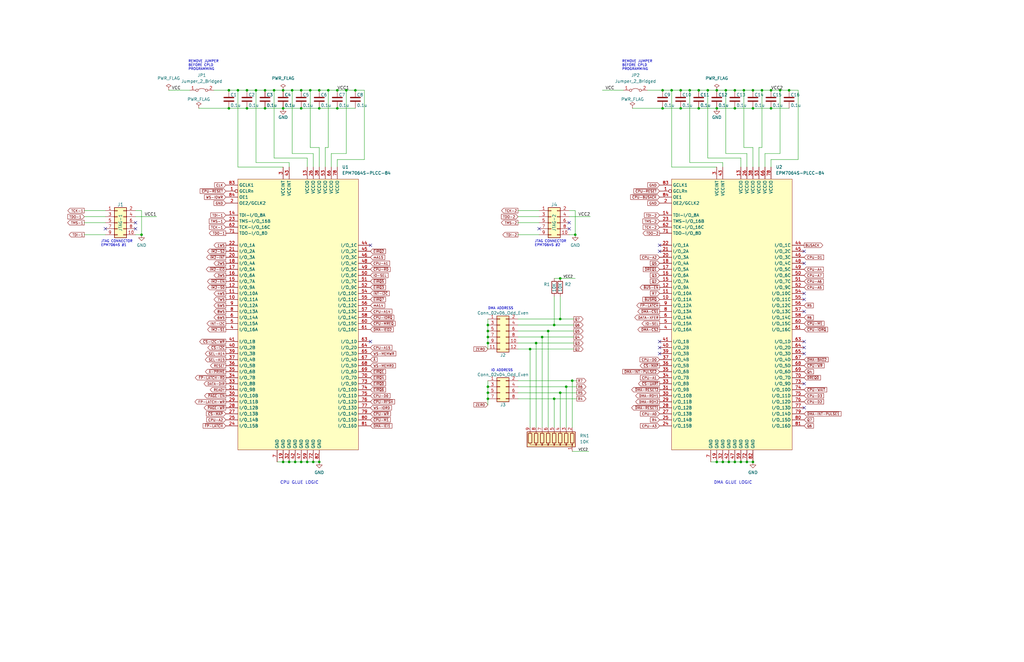
<source format=kicad_sch>
(kicad_sch (version 20211123) (generator eeschema)
  (paper "B")
  (lib_symbols
    (symbol "Connector_Generic:Conn_02x04_Odd_Even" (pin_names (offset 1.016) hide)
      (property "Reference" "J" (at 1.27 5.08 0))
      (property "Value" "Conn_02x04_Odd_Even" (at 1.27 -7.62 0))
      (symbol "Conn_02x04_Odd_Even_1_1"
        (pin passive line (at -5.08 2.54 0) (length 3.81) (name "Pin_1") (number "1"))
        (pin passive line (at 7.62 2.54 180) (length 3.81) (name "Pin_2") (number "2"))
        (pin passive line (at -5.08 0 0) (length 3.81) (name "Pin_3") (number "3"))
        (pin passive line (at 7.62 0 180) (length 3.81) (name "Pin_4") (number "4"))
        (pin passive line (at -5.08 -2.54 0) (length 3.81) (name "Pin_5") (number "5"))
        (pin passive line (at 7.62 -2.54 180) (length 3.81) (name "Pin_6") (number "6"))
        (pin passive line (at -5.08 -5.08 0) (length 3.81) (name "Pin_7") (number "7"))
        (pin passive line (at 7.62 -5.08 180) (length 3.81) (name "Pin_8") (number "8"))
      )
    )
    (symbol "Connector_Generic:Conn_02x05_Odd_Even" (pin_names (offset 1.016) hide)
      (property "Reference" "J" (at 1.27 7.62 0))
      (property "Value" "Conn_02x05_Odd_Even" (at 1.27 -7.62 0))
      (symbol "Conn_02x05_Odd_Even_1_1"
        (pin passive line (at -5.08 5.08 0) (length 3.81) (name "Pin_1") (number "1"))
        (pin passive line (at 7.62 -5.08 180) (length 3.81) (name "Pin_10") (number "10"))
        (pin passive line (at 7.62 5.08 180) (length 3.81) (name "Pin_2") (number "2"))
        (pin passive line (at -5.08 2.54 0) (length 3.81) (name "Pin_3") (number "3"))
        (pin passive line (at 7.62 2.54 180) (length 3.81) (name "Pin_4") (number "4"))
        (pin passive line (at -5.08 0 0) (length 3.81) (name "Pin_5") (number "5"))
        (pin passive line (at 7.62 0 180) (length 3.81) (name "Pin_6") (number "6"))
        (pin passive line (at -5.08 -2.54 0) (length 3.81) (name "Pin_7") (number "7"))
        (pin passive line (at 7.62 -2.54 180) (length 3.81) (name "Pin_8") (number "8"))
        (pin passive line (at -5.08 -5.08 0) (length 3.81) (name "Pin_9") (number "9"))
      )
    )
    (symbol "Connector_Generic:Conn_02x06_Odd_Even" (pin_names (offset 1.016) hide)
      (property "Reference" "J" (at 1.27 7.62 0))
      (property "Value" "Conn_02x06_Odd_Even" (at 1.27 -10.16 0))
      (symbol "Conn_02x06_Odd_Even_1_1"
        (pin passive line (at -5.08 5.08 0) (length 3.81) (name "Pin_1") (number "1"))
        (pin passive line (at 7.62 -5.08 180) (length 3.81) (name "Pin_10") (number "10"))
        (pin passive line (at -5.08 -7.62 0) (length 3.81) (name "Pin_11") (number "11"))
        (pin passive line (at 7.62 -7.62 180) (length 3.81) (name "Pin_12") (number "12"))
        (pin passive line (at 7.62 5.08 180) (length 3.81) (name "Pin_2") (number "2"))
        (pin passive line (at -5.08 2.54 0) (length 3.81) (name "Pin_3") (number "3"))
        (pin passive line (at 7.62 2.54 180) (length 3.81) (name "Pin_4") (number "4"))
        (pin passive line (at -5.08 0 0) (length 3.81) (name "Pin_5") (number "5"))
        (pin passive line (at 7.62 0 180) (length 3.81) (name "Pin_6") (number "6"))
        (pin passive line (at -5.08 -2.54 0) (length 3.81) (name "Pin_7") (number "7"))
        (pin passive line (at 7.62 -2.54 180) (length 3.81) (name "Pin_8") (number "8"))
        (pin passive line (at -5.08 -5.08 0) (length 3.81) (name "Pin_9") (number "9"))
      )
    )
    (symbol "Device:C" (pin_numbers hide) (pin_names (offset 0.254))
      (property "Reference" "C" (at 0.635 2.54 0))
      (property "Value" "C" (at 0.635 -2.54 0))
      (symbol "C_1_1"
        (pin passive line (at 0 3.81 270) (length 2.794) (name "~") (number "1"))
        (pin passive line (at 0 -3.81 90) (length 2.794) (name "~") (number "2"))
      )
    )
    (symbol "Device:R" (pin_numbers hide) (pin_names (offset 0))
      (property "Reference" "R" (at 2.032 0 90))
      (property "Value" "R" (at 0 0 90))
      (symbol "R_1_1"
        (pin passive line (at 0 3.81 270) (length 1.27) (name "~") (number "1"))
        (pin passive line (at 0 -3.81 90) (length 1.27) (name "~") (number "2"))
      )
    )
    (symbol "Device:R_Network08" (pin_names (offset 0) hide)
      (property "Reference" "RN" (at -12.7 0 90))
      (property "Value" "R_Network08" (at 10.16 0 90))
      (symbol "R_Network08_1_1"
        (pin passive line (at -10.16 5.08 270) (length 2.54) (name "common") (number "1"))
        (pin passive line (at -10.16 -5.08 90) (length 1.27) (name "R1") (number "2"))
        (pin passive line (at -7.62 -5.08 90) (length 1.27) (name "R2") (number "3"))
        (pin passive line (at -5.08 -5.08 90) (length 1.27) (name "R3") (number "4"))
        (pin passive line (at -2.54 -5.08 90) (length 1.27) (name "R4") (number "5"))
        (pin passive line (at 0 -5.08 90) (length 1.27) (name "R5") (number "6"))
        (pin passive line (at 2.54 -5.08 90) (length 1.27) (name "R6") (number "7"))
        (pin passive line (at 5.08 -5.08 90) (length 1.27) (name "R7") (number "8"))
        (pin passive line (at 7.62 -5.08 90) (length 1.27) (name "R8") (number "9"))
      )
    )
    (symbol "EPM7064S-PLCC-84:EPM7064S-PLCC-84"
      (property "Reference" "U" (at 0 -3.81 0))
      (property "Value" "EPM7064S-PLCC-84" (at 0 -6.35 0))
      (symbol "EPM7064S-PLCC-84_1_1"
        (pin input inverted (at -30.48 52.07 0) (length 5.08) (name "GCLRn") (number "1"))
        (pin bidirectional line (at -30.48 6.35 0) (length 5.08) (name "I/O_11A") (number "10"))
        (pin bidirectional line (at -30.48 8.89 0) (length 5.08) (name "I/O_10A") (number "11"))
        (pin bidirectional line (at -30.48 11.43 0) (length 5.08) (name "I/O_9A") (number "12"))
        (pin power_in line (at 3.81 62.23 270) (length 5.08) (name "VCCIO") (number "13"))
        (pin input line (at -30.48 41.91 0) (length 5.08) (name "TDI-I/O_8A") (number "14"))
        (pin bidirectional line (at -30.48 13.97 0) (length 5.08) (name "I/O_7A") (number "15"))
        (pin bidirectional line (at -30.48 16.51 0) (length 5.08) (name "I/O_6A") (number "16"))
        (pin bidirectional line (at -30.48 19.05 0) (length 5.08) (name "I/O_5A") (number "17"))
        (pin bidirectional line (at -30.48 21.59 0) (length 5.08) (name "I/O_4A") (number "18"))
        (pin power_in line (at -6.35 -62.23 90) (length 5.08) (name "GND") (number "19"))
        (pin input line (at -30.48 46.99 0) (length 5.08) (name "OE2/GCLK2") (number "2"))
        (pin bidirectional line (at -30.48 24.13 0) (length 5.08) (name "I/O_3A") (number "20"))
        (pin bidirectional line (at -30.48 26.67 0) (length 5.08) (name "I/O_2A") (number "21"))
        (pin bidirectional line (at -30.48 29.21 0) (length 5.08) (name "I/O_1A") (number "22"))
        (pin input line (at -30.48 39.37 0) (length 5.08) (name "TMS-I/O_16B") (number "23"))
        (pin bidirectional line (at -30.48 -46.99 0) (length 5.08) (name "I/O_15B") (number "24"))
        (pin bidirectional line (at -30.48 -44.45 0) (length 5.08) (name "I/O_14B") (number "25"))
        (pin power_in line (at 6.35 62.23 270) (length 5.08) (name "VCCIO") (number "26"))
        (pin bidirectional line (at -30.48 -41.91 0) (length 5.08) (name "I/O_13B") (number "27"))
        (pin bidirectional line (at -30.48 -39.37 0) (length 5.08) (name "I/O_12B") (number "28"))
        (pin bidirectional line (at -30.48 -36.83 0) (length 5.08) (name "I/O_11B") (number "29"))
        (pin power_in line (at -6.35 62.23 270) (length 5.08) (name "VCCINT") (number "3"))
        (pin bidirectional line (at -30.48 -34.29 0) (length 5.08) (name "I/O_10B") (number "30"))
        (pin bidirectional line (at -30.48 -31.75 0) (length 5.08) (name "I/O_9B") (number "31"))
        (pin power_in line (at -3.81 -62.23 90) (length 5.08) (name "GND") (number "32"))
        (pin bidirectional line (at -30.48 -29.21 0) (length 5.08) (name "I/O_8B") (number "33"))
        (pin bidirectional line (at -30.48 -26.67 0) (length 5.08) (name "I/O_7B") (number "34"))
        (pin bidirectional line (at -30.48 -24.13 0) (length 5.08) (name "I/O_6B") (number "35"))
        (pin bidirectional line (at -30.48 -21.59 0) (length 5.08) (name "I/O_5B") (number "36"))
        (pin bidirectional line (at -30.48 -19.05 0) (length 5.08) (name "I/O_4B") (number "37"))
        (pin power_in line (at 8.89 62.23 270) (length 5.08) (name "VCCIO") (number "38"))
        (pin bidirectional line (at -30.48 -16.51 0) (length 5.08) (name "I/O_3B") (number "39"))
        (pin bidirectional line (at -30.48 -6.35 0) (length 5.08) (name "I/O_16A") (number "4"))
        (pin bidirectional line (at -30.48 -13.97 0) (length 5.08) (name "I/O_2B") (number "40"))
        (pin bidirectional line (at -30.48 -11.43 0) (length 5.08) (name "I/O_1B") (number "41"))
        (pin power_in line (at -1.27 -62.23 90) (length 5.08) (name "GND") (number "42"))
        (pin power_in line (at -3.81 62.23 270) (length 5.08) (name "VCCINT") (number "43"))
        (pin bidirectional line (at 30.48 29.21 180) (length 5.08) (name "I/O_1C") (number "44"))
        (pin bidirectional line (at 30.48 26.67 180) (length 5.08) (name "I/O_2C") (number "45"))
        (pin bidirectional line (at 30.48 24.13 180) (length 5.08) (name "I/O_3C") (number "46"))
        (pin power_in line (at 1.27 -62.23 90) (length 5.08) (name "GND") (number "47"))
        (pin bidirectional line (at 30.48 21.59 180) (length 5.08) (name "I/O_4C") (number "48"))
        (pin bidirectional line (at 30.48 19.05 180) (length 5.08) (name "I/O_5C") (number "49"))
        (pin bidirectional line (at -30.48 -3.81 0) (length 5.08) (name "I/O_15A") (number "5"))
        (pin bidirectional line (at 30.48 16.51 180) (length 5.08) (name "I/O_6C") (number "50"))
        (pin bidirectional line (at 30.48 13.97 180) (length 5.08) (name "I/O_7C") (number "51"))
        (pin bidirectional line (at 30.48 11.43 180) (length 5.08) (name "I/O_9C") (number "52"))
        (pin power_in line (at 11.43 62.23 270) (length 5.08) (name "VCCIO") (number "53"))
        (pin bidirectional line (at 30.48 8.89 180) (length 5.08) (name "I/O_10C") (number "54"))
        (pin bidirectional line (at 30.48 6.35 180) (length 5.08) (name "I/O_11C") (number "55"))
        (pin bidirectional line (at 30.48 3.81 180) (length 5.08) (name "I/O_12C") (number "56"))
        (pin bidirectional line (at 30.48 1.27 180) (length 5.08) (name "I/O_13C") (number "57"))
        (pin bidirectional line (at 30.48 -1.27 180) (length 5.08) (name "I/O_14C") (number "58"))
        (pin power_in line (at 3.81 -62.23 90) (length 5.08) (name "GND") (number "59"))
        (pin bidirectional line (at -30.48 -1.27 0) (length 5.08) (name "I/O_14A") (number "6"))
        (pin bidirectional line (at 30.48 -3.81 180) (length 5.08) (name "I/O_15C") (number "60"))
        (pin bidirectional line (at 30.48 -6.35 180) (length 5.08) (name "I/O_16C") (number "61"))
        (pin input line (at -30.48 36.83 0) (length 5.08) (name "TCK-I/O_16C") (number "62"))
        (pin bidirectional line (at 30.48 -11.43 180) (length 5.08) (name "I/O_1D") (number "63"))
        (pin bidirectional line (at 30.48 -13.97 180) (length 5.08) (name "I/O_2D") (number "64"))
        (pin bidirectional line (at 30.48 -16.51 180) (length 5.08) (name "I/O_3D") (number "65"))
        (pin power_in line (at 13.97 62.23 270) (length 5.08) (name "VCCIO") (number "66"))
        (pin bidirectional line (at 30.48 -19.05 180) (length 5.08) (name "I/O_4D") (number "67"))
        (pin bidirectional line (at 30.48 -21.59 180) (length 5.08) (name "I/O_5D") (number "68"))
        (pin bidirectional line (at 30.48 -24.13 180) (length 5.08) (name "I/O_6D") (number "69"))
        (pin power_in line (at -8.89 -62.23 90) (length 5.08) (name "GND") (number "7"))
        (pin bidirectional line (at 30.48 -26.67 180) (length 5.08) (name "I/O_7D") (number "70"))
        (pin output line (at -30.48 34.29 0) (length 5.08) (name "TDO-I/O_8D") (number "71"))
        (pin power_in line (at 6.35 -62.23 90) (length 5.08) (name "GND") (number "72"))
        (pin bidirectional line (at 30.48 -29.21 180) (length 5.08) (name "I/O_9D") (number "73"))
        (pin bidirectional line (at 30.48 -31.75 180) (length 5.08) (name "I/O_10D") (number "74"))
        (pin bidirectional line (at 30.48 -34.29 180) (length 5.08) (name "I/O_11D") (number "75"))
        (pin bidirectional line (at 30.48 -36.83 180) (length 5.08) (name "I/O_12D") (number "76"))
        (pin bidirectional line (at 30.48 -39.37 180) (length 5.08) (name "I/O_13D") (number "77"))
        (pin power_in line (at 16.51 62.23 270) (length 5.08) (name "VCCIO") (number "78"))
        (pin bidirectional line (at 30.48 -41.91 180) (length 5.08) (name "I/O_14D") (number "79"))
        (pin bidirectional line (at -30.48 1.27 0) (length 5.08) (name "I/O_13A") (number "8"))
        (pin bidirectional line (at 30.48 -44.45 180) (length 5.08) (name "I/O_15D") (number "80"))
        (pin bidirectional line (at 30.48 -46.99 180) (length 5.08) (name "I/O_16D") (number "81"))
        (pin power_in line (at 8.89 -62.23 90) (length 5.08) (name "GND") (number "82"))
        (pin input line (at -30.48 54.61 0) (length 5.08) (name "GCLK1") (number "83"))
        (pin input line (at -30.48 49.53 0) (length 5.08) (name "OE1") (number "84"))
        (pin bidirectional line (at -30.48 3.81 0) (length 5.08) (name "I/O_12A") (number "9"))
      )
    )
    (symbol "Jumper:Jumper_2_Bridged" (pin_names (offset 0) hide)
      (property "Reference" "JP" (at 0 1.905 0))
      (property "Value" "Jumper_2_Bridged" (at 0 -2.54 0))
      (symbol "Jumper_2_Bridged_1_1"
        (pin passive line (at -5.08 0 0) (length 2.54) (name "A") (number "1"))
        (pin passive line (at 5.08 0 180) (length 2.54) (name "B") (number "2"))
      )
    )
    (symbol "power:GND" (power) (pin_names (offset 0))
      (property "Value" "GND" (at 0 -3.81 0))
      (symbol "GND_1_1"
        (pin power_in line (at 0 0 270) (length 0) hide (name "GND") (number "1"))
      )
    )
    (symbol "power:PWR_FLAG" (power) (pin_numbers hide) (pin_names (offset 0) hide)
      (property "Value" "PWR_FLAG" (at 0 3.81 0))
      (symbol "PWR_FLAG_0_0"
        (pin power_out line (at 0 0 90) (length 0) (name "pwr") (number "1"))
      )
    )
  )
  (junction (at 127 45.72))
  (junction (at 138.43 38.1))
  (junction (at 287.02 38.1))
  (junction (at 205.74 168.275))
  (junction (at 96.52 38.1))
  (junction (at 294.64 38.1))
  (junction (at 205.74 137.16))
  (junction (at 314.96 194.945))
  (junction (at 279.4 45.72))
  (junction (at 233.68 137.16))
  (junction (at 309.88 45.72))
  (junction (at 236.22 134.62))
  (junction (at 233.68 168.275))
  (junction (at 307.34 194.945))
  (junction (at 146.05 38.1))
  (junction (at 294.64 45.72))
  (junction (at 205.74 144.78))
  (junction (at 279.4 38.1))
  (junction (at 298.45 38.1))
  (junction (at 123.19 38.1))
  (junction (at 205.74 139.7))
  (junction (at 129.54 194.945))
  (junction (at 226.06 144.78))
  (junction (at 302.26 194.945))
  (junction (at 236.22 117.475))
  (junction (at 332.74 38.1))
  (junction (at 124.46 194.945))
  (junction (at 205.74 165.735))
  (junction (at 205.74 142.24))
  (junction (at 121.92 194.945))
  (junction (at 119.38 194.945))
  (junction (at 317.5 38.1))
  (junction (at 302.26 45.72))
  (junction (at 228.6 142.24))
  (junction (at 241.3 160.655))
  (junction (at 242.57 99.06))
  (junction (at 96.52 45.72))
  (junction (at 100.33 38.1))
  (junction (at 127 194.945))
  (junction (at 134.62 38.1))
  (junction (at 59.69 99.06))
  (junction (at 287.02 45.72))
  (junction (at 309.88 38.1))
  (junction (at 119.38 38.1))
  (junction (at 317.5 194.945))
  (junction (at 325.12 45.72))
  (junction (at 312.42 194.945))
  (junction (at 321.31 38.1))
  (junction (at 231.14 139.7))
  (junction (at 238.76 163.195))
  (junction (at 104.14 38.1))
  (junction (at 104.14 45.72))
  (junction (at 304.8 194.945))
  (junction (at 302.26 38.1))
  (junction (at 306.07 38.1))
  (junction (at 290.83 38.1))
  (junction (at 111.76 45.72))
  (junction (at 236.22 165.735))
  (junction (at 149.86 38.1))
  (junction (at 309.88 194.945))
  (junction (at 115.57 38.1))
  (junction (at 127 38.1))
  (junction (at 317.5 45.72))
  (junction (at 142.24 45.72))
  (junction (at 119.38 45.72))
  (junction (at 130.81 38.1))
  (junction (at 313.69 38.1))
  (junction (at 132.08 194.945))
  (junction (at 134.62 45.72))
  (junction (at 111.76 38.1))
  (junction (at 328.93 38.1))
  (junction (at 107.95 38.1))
  (junction (at 142.24 38.1))
  (junction (at 283.21 38.1))
  (junction (at 325.12 38.1))
  (junction (at 134.62 194.945))
  (junction (at 205.74 163.195))
  (junction (at 223.52 147.32))
  (no_connect (at 339.09 146.685))
  (no_connect (at 339.09 131.445))
  (no_connect (at 227.33 96.52))
  (no_connect (at 240.03 96.52))
  (no_connect (at 339.09 106.045))
  (no_connect (at 339.09 144.145))
  (no_connect (at 339.09 149.225))
  (no_connect (at 240.03 93.98))
  (no_connect (at 339.09 126.365))
  (no_connect (at 278.13 106.045))
  (no_connect (at 156.21 103.505))
  (no_connect (at 339.09 111.125))
  (no_connect (at 339.09 172.085))
  (no_connect (at 44.45 96.52))
  (no_connect (at 278.13 149.225))
  (no_connect (at 278.13 144.145))
  (no_connect (at 156.21 144.145))
  (no_connect (at 339.09 161.925))
  (no_connect (at 278.13 146.685))
  (no_connect (at 339.09 123.825))
  (no_connect (at 278.13 103.505))
  (no_connect (at 57.15 93.98))
  (no_connect (at 57.15 96.52))
  (wire (pts (xy 226.06 144.78) (xy 241.935 144.78)))
  (wire (pts (xy 279.4 45.72) (xy 287.02 45.72)))
  (wire (pts (xy 273.05 38.1) (xy 279.4 38.1)))
  (wire (pts (xy 314.96 70.485) (xy 314.96 64.77)))
  (wire (pts (xy 83.82 45.72) (xy 96.52 45.72)))
  (wire (pts (xy 317.5 45.72) (xy 325.12 45.72)))
  (wire (pts (xy 111.76 38.1) (xy 115.57 38.1)))
  (wire (pts (xy 317.5 38.1) (xy 321.31 38.1)))
  (wire (pts (xy 233.68 117.475) (xy 236.22 117.475)))
  (wire (pts (xy 205.74 139.7) (xy 205.74 142.24)))
  (wire (pts (xy 218.44 134.62) (xy 236.22 134.62)))
  (wire (pts (xy 100.33 38.1) (xy 100.33 70.485)))
  (wire (pts (xy 266.7 45.72) (xy 279.4 45.72)))
  (wire (pts (xy 127 38.1) (xy 130.81 38.1)))
  (wire (pts (xy 205.74 163.195) (xy 205.74 165.735)))
  (wire (pts (xy 321.31 38.1) (xy 325.12 38.1)))
  (wire (pts (xy 71.12 38.1) (xy 80.01 38.1)))
  (wire (pts (xy 309.88 45.72) (xy 317.5 45.72)))
  (wire (pts (xy 218.44 144.78) (xy 226.06 144.78)))
  (wire (pts (xy 233.68 168.275) (xy 233.68 180.34)))
  (wire (pts (xy 116.84 194.945) (xy 119.38 194.945)))
  (wire (pts (xy 294.64 38.1) (xy 298.45 38.1)))
  (wire (pts (xy 283.21 70.485) (xy 302.26 70.485)))
  (wire (pts (xy 294.64 45.72) (xy 302.26 45.72)))
  (wire (pts (xy 236.22 125.095) (xy 236.22 134.62)))
  (wire (pts (xy 119.38 38.1) (xy 123.19 38.1)))
  (wire (pts (xy 317.5 62.23) (xy 317.5 70.485)))
  (wire (pts (xy 287.02 45.72) (xy 294.64 45.72)))
  (wire (pts (xy 130.81 38.1) (xy 130.81 62.23)))
  (wire (pts (xy 111.76 45.72) (xy 119.38 45.72)))
  (wire (pts (xy 304.8 70.485) (xy 304.8 68.58)))
  (wire (pts (xy 238.76 163.195) (xy 238.76 180.34)))
  (wire (pts (xy 218.44 137.16) (xy 233.68 137.16)))
  (wire (pts (xy 149.86 38.1) (xy 153.67 38.1)))
  (wire (pts (xy 325.12 70.485) (xy 325.12 67.31)))
  (wire (pts (xy 298.45 38.1) (xy 298.45 66.675)))
  (wire (pts (xy 115.57 38.1) (xy 119.38 38.1)))
  (wire (pts (xy 322.58 64.77) (xy 322.58 70.485)))
  (wire (pts (xy 107.95 38.1) (xy 111.76 38.1)))
  (wire (pts (xy 325.12 38.1) (xy 328.93 38.1)))
  (wire (pts (xy 336.55 67.31) (xy 336.55 38.1)))
  (wire (pts (xy 298.45 38.1) (xy 302.26 38.1)))
  (wire (pts (xy 328.93 38.1) (xy 328.93 64.77)))
  (wire (pts (xy 132.08 194.945) (xy 134.62 194.945)))
  (wire (pts (xy 100.33 38.1) (xy 104.14 38.1)))
  (wire (pts (xy 218.44 163.195) (xy 238.76 163.195)))
  (wire (pts (xy 223.52 147.32) (xy 223.52 180.34)))
  (wire (pts (xy 304.8 68.58) (xy 290.83 68.58)))
  (wire (pts (xy 35.56 99.06) (xy 44.45 99.06)))
  (wire (pts (xy 142.24 45.72) (xy 149.86 45.72)))
  (wire (pts (xy 107.95 68.58) (xy 107.95 38.1)))
  (wire (pts (xy 302.26 38.1) (xy 306.07 38.1)))
  (wire (pts (xy 218.44 93.98) (xy 227.33 93.98)))
  (wire (pts (xy 299.72 194.945) (xy 302.26 194.945)))
  (wire (pts (xy 241.3 160.655) (xy 243.205 160.655)))
  (wire (pts (xy 332.74 38.1) (xy 336.55 38.1)))
  (wire (pts (xy 218.44 160.655) (xy 241.3 160.655)))
  (wire (pts (xy 134.62 45.72) (xy 142.24 45.72)))
  (wire (pts (xy 227.33 91.44) (xy 218.44 91.44)))
  (wire (pts (xy 205.74 142.24) (xy 205.74 144.78)))
  (wire (pts (xy 242.57 88.9) (xy 242.57 99.06)))
  (wire (pts (xy 130.81 62.23) (xy 134.62 62.23)))
  (wire (pts (xy 138.43 38.1) (xy 142.24 38.1)))
  (wire (pts (xy 302.26 45.72) (xy 309.88 45.72)))
  (wire (pts (xy 127 194.945) (xy 129.54 194.945)))
  (wire (pts (xy 306.07 38.1) (xy 309.88 38.1)))
  (wire (pts (xy 290.83 68.58) (xy 290.83 38.1)))
  (wire (pts (xy 218.44 147.32) (xy 223.52 147.32)))
  (wire (pts (xy 205.74 134.62) (xy 205.74 137.16)))
  (wire (pts (xy 302.26 194.945) (xy 304.8 194.945)))
  (wire (pts (xy 228.6 142.24) (xy 228.6 180.34)))
  (wire (pts (xy 123.19 64.77) (xy 123.19 38.1)))
  (wire (pts (xy 129.54 66.675) (xy 129.54 70.485)))
  (wire (pts (xy 115.57 38.1) (xy 115.57 66.675)))
  (wire (pts (xy 104.14 45.72) (xy 111.76 45.72)))
  (wire (pts (xy 290.83 38.1) (xy 294.64 38.1)))
  (wire (pts (xy 313.69 62.23) (xy 317.5 62.23)))
  (wire (pts (xy 321.31 62.23) (xy 321.31 38.1)))
  (wire (pts (xy 328.93 38.1) (xy 332.74 38.1)))
  (wire (pts (xy 119.38 194.945) (xy 121.92 194.945)))
  (wire (pts (xy 121.92 70.485) (xy 121.92 68.58)))
  (wire (pts (xy 241.3 160.655) (xy 241.3 180.34)))
  (wire (pts (xy 320.04 62.23) (xy 321.31 62.23)))
  (wire (pts (xy 146.05 64.77) (xy 139.7 64.77)))
  (wire (pts (xy 129.54 194.945) (xy 132.08 194.945)))
  (wire (pts (xy 309.88 194.945) (xy 312.42 194.945)))
  (wire (pts (xy 236.22 165.735) (xy 218.44 165.735)))
  (wire (pts (xy 312.42 194.945) (xy 314.96 194.945)))
  (wire (pts (xy 138.43 62.23) (xy 138.43 38.1)))
  (wire (pts (xy 57.15 88.9) (xy 59.69 88.9)))
  (wire (pts (xy 298.45 66.675) (xy 312.42 66.675)))
  (wire (pts (xy 328.93 64.77) (xy 322.58 64.77)))
  (wire (pts (xy 90.17 38.1) (xy 96.52 38.1)))
  (wire (pts (xy 313.69 38.1) (xy 313.69 62.23)))
  (wire (pts (xy 132.08 64.77) (xy 123.19 64.77)))
  (wire (pts (xy 240.03 88.9) (xy 242.57 88.9)))
  (wire (pts (xy 119.38 45.72) (xy 127 45.72)))
  (wire (pts (xy 231.14 139.7) (xy 231.14 180.34)))
  (wire (pts (xy 127 45.72) (xy 134.62 45.72)))
  (wire (pts (xy 233.68 137.16) (xy 241.935 137.16)))
  (wire (pts (xy 240.03 99.06) (xy 242.57 99.06)))
  (wire (pts (xy 142.24 67.31) (xy 153.67 67.31)))
  (wire (pts (xy 218.44 139.7) (xy 231.14 139.7)))
  (wire (pts (xy 35.56 93.98) (xy 44.45 93.98)))
  (wire (pts (xy 279.4 38.1) (xy 283.21 38.1)))
  (wire (pts (xy 287.02 38.1) (xy 290.83 38.1)))
  (wire (pts (xy 205.74 168.275) (xy 205.74 170.815)))
  (wire (pts (xy 205.74 137.16) (xy 205.74 139.7)))
  (wire (pts (xy 44.45 88.9) (xy 35.56 88.9)))
  (wire (pts (xy 139.7 64.77) (xy 139.7 70.485)))
  (wire (pts (xy 325.12 67.31) (xy 336.55 67.31)))
  (wire (pts (xy 233.68 168.275) (xy 218.44 168.275)))
  (wire (pts (xy 142.24 38.1) (xy 146.05 38.1)))
  (wire (pts (xy 123.19 38.1) (xy 127 38.1)))
  (wire (pts (xy 218.44 142.24) (xy 228.6 142.24)))
  (wire (pts (xy 228.6 142.24) (xy 241.935 142.24)))
  (wire (pts (xy 283.21 38.1) (xy 283.21 70.485)))
  (wire (pts (xy 218.44 99.06) (xy 227.33 99.06)))
  (wire (pts (xy 304.8 194.945) (xy 307.34 194.945)))
  (wire (pts (xy 233.68 125.095) (xy 233.68 137.16)))
  (wire (pts (xy 236.22 165.735) (xy 236.22 180.34)))
  (wire (pts (xy 153.67 67.31) (xy 153.67 38.1)))
  (wire (pts (xy 236.22 117.475) (xy 242.57 117.475)))
  (wire (pts (xy 313.69 38.1) (xy 317.5 38.1)))
  (wire (pts (xy 57.15 91.44) (xy 66.04 91.44)))
  (wire (pts (xy 243.205 168.275) (xy 233.68 168.275)))
  (wire (pts (xy 134.62 38.1) (xy 138.43 38.1)))
  (wire (pts (xy 59.69 88.9) (xy 59.69 99.06)))
  (wire (pts (xy 142.24 70.485) (xy 142.24 67.31)))
  (wire (pts (xy 115.57 66.675) (xy 129.54 66.675)))
  (wire (pts (xy 243.205 165.735) (xy 236.22 165.735)))
  (wire (pts (xy 57.15 99.06) (xy 59.69 99.06)))
  (wire (pts (xy 325.12 45.72) (xy 332.74 45.72)))
  (wire (pts (xy 205.74 144.78) (xy 205.74 147.32)))
  (wire (pts (xy 309.88 38.1) (xy 313.69 38.1)))
  (wire (pts (xy 307.34 194.945) (xy 309.88 194.945)))
  (wire (pts (xy 238.76 163.195) (xy 243.205 163.195)))
  (wire (pts (xy 306.07 64.77) (xy 306.07 38.1)))
  (wire (pts (xy 137.16 62.23) (xy 138.43 62.23)))
  (wire (pts (xy 283.21 38.1) (xy 287.02 38.1)))
  (wire (pts (xy 223.52 147.32) (xy 241.935 147.32)))
  (wire (pts (xy 121.92 194.945) (xy 124.46 194.945)))
  (wire (pts (xy 137.16 70.485) (xy 137.16 62.23)))
  (wire (pts (xy 44.45 91.44) (xy 35.56 91.44)))
  (wire (pts (xy 227.33 88.9) (xy 218.44 88.9)))
  (wire (pts (xy 100.33 70.485) (xy 119.38 70.485)))
  (wire (pts (xy 314.96 64.77) (xy 306.07 64.77)))
  (wire (pts (xy 96.52 38.1) (xy 100.33 38.1)))
  (wire (pts (xy 312.42 66.675) (xy 312.42 70.485)))
  (wire (pts (xy 231.14 139.7) (xy 241.935 139.7)))
  (wire (pts (xy 130.81 38.1) (xy 134.62 38.1)))
  (wire (pts (xy 104.14 38.1) (xy 107.95 38.1)))
  (wire (pts (xy 205.74 165.735) (xy 205.74 168.275)))
  (wire (pts (xy 134.62 62.23) (xy 134.62 70.485)))
  (wire (pts (xy 320.04 70.485) (xy 320.04 62.23)))
  (wire (pts (xy 240.03 91.44) (xy 248.92 91.44)))
  (wire (pts (xy 254 38.1) (xy 262.89 38.1)))
  (wire (pts (xy 146.05 38.1) (xy 149.86 38.1)))
  (wire (pts (xy 314.96 194.945) (xy 317.5 194.945)))
  (wire (pts (xy 241.3 190.5) (xy 248.285 190.5)))
  (wire (pts (xy 205.74 160.655) (xy 205.74 163.195)))
  (wire (pts (xy 124.46 194.945) (xy 127 194.945)))
  (wire (pts (xy 132.08 70.485) (xy 132.08 64.77)))
  (wire (pts (xy 121.92 68.58) (xy 107.95 68.58)))
  (wire (pts (xy 226.06 144.78) (xy 226.06 180.34)))
  (wire (pts (xy 96.52 45.72) (xy 104.14 45.72)))
  (wire (pts (xy 236.22 134.62) (xy 241.935 134.62)))
  (wire (pts (xy 146.05 38.1) (xy 146.05 64.77)))
  (text "REMOVE JUMPER\nBEFORE CPLD\nPROGRAMMING" (at 79.375 29.845 0) (effects (font (size 1.016 1.016)) (justify left bottom)))
  (text "DMA ADDRESS" (at 205.74 130.81 0) (effects (font (size 1.016 1.016)) (justify left bottom)))
  (text "CPU GLUE LOGIC" (at 118.11 204.47 0) (effects (font (size 1.27 1.27)) (justify left bottom)))
  (text "REMOVE JUMPER\nBEFORE CPLD\nPROGRAMMING" (at 262.255 29.845 0) (effects (font (size 1.016 1.016)) (justify left bottom)))
  (text "JTAG CONNECTOR\nEPM7064S #1" (at 42.545 104.14 0) (effects (font (size 1.016 1.016)) (justify left bottom)))
  (text "JTAG CONNECTOR\nEPM7064S #2" (at 225.425 104.14 0) (effects (font (size 1.016 1.016)) (justify left bottom)))
  (text "DMA GLUE LOGIC" (at 300.99 204.47 0) (effects (font (size 1.27 1.27)) (justify left bottom)))
  (text "IO ADDRESS" (at 207.01 156.972 0) (effects (font (size 1.016 1.016)) (justify left bottom)))
  (label "VCC2" (at 325.12 38.1 0))
  (label "VCC1" (at 142.24 38.1 0))
  (label "VCC2" (at 243.84 91.44 0))
  (label "VCC2" (at 237.49 117.475 0) (effects (font (size 1.016 1.016))))
  (label "VCC1" (at 60.96 91.44 0))
  (label "VCC2" (at 243.84 190.5 0) (effects (font (size 1.016 1.016))))
  (label "VCC" (at 255.27 38.1 0))
  (label "VCC" (at 72.39 38.1 0))
  (global_label "~{DREQ0}" (shape input) (at 339.09 159.385 0) (effects (font (size 1.016 1.016))) (property "Intersheet References" "${INTERSHEET_REFS}" (effects hide)))
  (global_label "~{CPU-RD}" (shape input) (at 156.21 113.665 0) (effects (font (size 1.016 1.016))) (property "Intersheet References" "${INTERSHEET_REFS}" (effects hide)))
  (global_label "CPU-A4" (shape input) (at 339.09 113.665 0) (effects (font (size 1.016 1.016))) (property "Intersheet References" "${INTERSHEET_REFS}" (effects hide)))
  (global_label "~{EIRQ7}" (shape input) (at 156.21 126.365 0) (effects (font (size 1.016 1.016))) (property "Intersheet References" "${INTERSHEET_REFS}" (effects hide)))
  (global_label "GND" (shape input) (at 95.25 85.725 180) (effects (font (size 1.016 1.016))) (property "Intersheet References" "${INTERSHEET_REFS}" (effects hide)))
  (global_label "~{EIRQ2}" (shape input) (at 156.21 106.045 0) (effects (font (size 1.016 1.016))) (property "Intersheet References" "${INTERSHEET_REFS}" (effects hide)))
  (global_label "SEL-A15" (shape output) (at 95.25 151.765 180) (effects (font (size 1.016 1.016))) (property "Intersheet References" "${INTERSHEET_REFS}" (effects hide)))
  (global_label "~{EIRQ6}" (shape input) (at 156.21 164.465 0) (effects (font (size 1.016 1.016))) (property "Intersheet References" "${INTERSHEET_REFS}" (effects hide)))
  (global_label "~{BUS-EN}" (shape output) (at 278.13 121.285 180) (effects (font (size 1.016 1.016))) (property "Intersheet References" "${INTERSHEET_REFS}" (effects hide)))
  (global_label "TDO-1" (shape input) (at 35.56 91.44 180) (effects (font (size 1.016 1.016))) (property "Intersheet References" "${INTERSHEET_REFS}" (effects hide)))
  (global_label "GND" (shape input) (at 278.13 78.105 180) (effects (font (size 1.016 1.016))) (property "Intersheet References" "${INTERSHEET_REFS}" (effects hide)))
  (global_label "~{CS-UART}" (shape output) (at 278.13 161.925 180) (effects (font (size 1.016 1.016))) (property "Intersheet References" "${INTERSHEET_REFS}" (effects hide)))
  (global_label "TCK-1" (shape output) (at 35.56 88.9 180) (effects (font (size 1.016 1.016))) (property "Intersheet References" "${INTERSHEET_REFS}" (effects hide)))
  (global_label "TDO-2" (shape output) (at 278.13 98.425 180) (effects (font (size 1.016 1.016))) (property "Intersheet References" "${INTERSHEET_REFS}" (effects hide)))
  (global_label "Q3" (shape input) (at 278.13 116.205 180) (effects (font (size 1.016 1.016))) (property "Intersheet References" "${INTERSHEET_REFS}" (effects hide)))
  (global_label "TDI-1" (shape input) (at 95.25 90.805 180) (effects (font (size 1.016 1.016))) (property "Intersheet References" "${INTERSHEET_REFS}" (effects hide)))
  (global_label "~{BUSRQ}" (shape input) (at 278.13 126.365 180) (effects (font (size 1.016 1.016))) (property "Intersheet References" "${INTERSHEET_REFS}" (effects hide)))
  (global_label "TMS-1" (shape input) (at 95.25 93.345 180) (effects (font (size 1.016 1.016))) (property "Intersheet References" "${INTERSHEET_REFS}" (effects hide)))
  (global_label "~{IM2-S2}" (shape output) (at 95.25 106.045 180) (effects (font (size 1.016 1.016))) (property "Intersheet References" "${INTERSHEET_REFS}" (effects hide)))
  (global_label "~{CPU-MREQ}" (shape input) (at 156.21 136.525 0) (effects (font (size 1.016 1.016))) (property "Intersheet References" "${INTERSHEET_REFS}" (effects hide)))
  (global_label "SEL-A14" (shape output) (at 95.25 149.225 180) (effects (font (size 1.016 1.016))) (property "Intersheet References" "${INTERSHEET_REFS}" (effects hide)))
  (global_label "R7" (shape input) (at 278.13 123.825 180) (effects (font (size 1.016 1.016))) (property "Intersheet References" "${INTERSHEET_REFS}" (effects hide)))
  (global_label "R5" (shape input) (at 339.09 128.905 0) (effects (font (size 1.016 1.016))) (property "Intersheet References" "${INTERSHEET_REFS}" (effects hide)))
  (global_label "Q4" (shape input) (at 339.09 156.845 0) (effects (font (size 1.016 1.016))) (property "Intersheet References" "${INTERSHEET_REFS}" (effects hide)))
  (global_label "DATA-XFER" (shape output) (at 278.13 133.985 180) (effects (font (size 1.016 1.016))) (property "Intersheet References" "${INTERSHEET_REFS}" (effects hide)))
  (global_label "~{DMA-INT-PULSE2}" (shape input) (at 278.13 156.845 180) (effects (font (size 1.016 1.016))) (property "Intersheet References" "${INTERSHEET_REFS}" (effects hide)))
  (global_label "R7" (shape output) (at 243.205 160.655 0) (effects (font (size 1.016 1.016))) (property "Intersheet References" "${INTERSHEET_REFS}" (effects hide)))
  (global_label "ZERO" (shape input) (at 205.74 170.815 180) (effects (font (size 1.016 1.016))) (property "Intersheet References" "${INTERSHEET_REFS}" (effects hide)))
  (global_label "TMS-2" (shape output) (at 218.44 93.98 180) (effects (font (size 1.016 1.016))) (property "Intersheet References" "${INTERSHEET_REFS}" (effects hide)))
  (global_label "FP-LATCH-WR" (shape output) (at 95.25 169.545 180) (effects (font (size 1.016 1.016))) (property "Intersheet References" "${INTERSHEET_REFS}" (effects hide)))
  (global_label "R6" (shape input) (at 339.09 133.985 0) (effects (font (size 1.016 1.016))) (property "Intersheet References" "${INTERSHEET_REFS}" (effects hide)))
  (global_label "CLK" (shape input) (at 95.25 78.105 180) (effects (font (size 1.016 1.016))) (property "Intersheet References" "${INTERSHEET_REFS}" (effects hide)))
  (global_label "RESET" (shape output) (at 95.25 154.305 180) (effects (font (size 1.016 1.016))) (property "Intersheet References" "${INTERSHEET_REFS}" (effects hide)))
  (global_label "Q5" (shape output) (at 241.935 139.7 0) (effects (font (size 1.016 1.016))) (property "Intersheet References" "${INTERSHEET_REFS}" (effects hide)))
  (global_label "~{A}" (shape input) (at 156.21 151.765 0) (effects (font (size 1.016 1.016))) (property "Intersheet References" "${INTERSHEET_REFS}" (effects hide)))
  (global_label "~{EIRQ5}" (shape input) (at 156.21 118.745 0) (effects (font (size 1.016 1.016))) (property "Intersheet References" "${INTERSHEET_REFS}" (effects hide)))
  (global_label "CPU-A5" (shape input) (at 339.09 121.285 0) (effects (font (size 1.016 1.016))) (property "Intersheet References" "${INTERSHEET_REFS}" (effects hide)))
  (global_label "7WS" (shape output) (at 95.25 126.365 180) (effects (font (size 1.016 1.016))) (property "Intersheet References" "${INTERSHEET_REFS}" (effects hide)))
  (global_label "CPU-D0" (shape input) (at 278.13 151.765 180) (effects (font (size 1.016 1.016))) (property "Intersheet References" "${INTERSHEET_REFS}" (effects hide)))
  (global_label "DATA-DIR" (shape output) (at 95.25 161.925 180) (effects (font (size 1.016 1.016))) (property "Intersheet References" "${INTERSHEET_REFS}" (effects hide)))
  (global_label "Q5" (shape input) (at 278.13 111.125 180) (effects (font (size 1.016 1.016))) (property "Intersheet References" "${INTERSHEET_REFS}" (effects hide)))
  (global_label "~{EIRQ0}" (shape input) (at 156.21 161.925 0) (effects (font (size 1.016 1.016))) (property "Intersheet References" "${INTERSHEET_REFS}" (effects hide)))
  (global_label "4WS" (shape output) (at 95.25 123.825 180) (effects (font (size 1.016 1.016))) (property "Intersheet References" "${INTERSHEET_REFS}" (effects hide)))
  (global_label "6WS" (shape output) (at 95.25 133.985 180) (effects (font (size 1.016 1.016))) (property "Intersheet References" "${INTERSHEET_REFS}" (effects hide)))
  (global_label "~{PAGE-WR}" (shape output) (at 95.25 172.085 180) (effects (font (size 1.016 1.016))) (property "Intersheet References" "${INTERSHEET_REFS}" (effects hide)))
  (global_label "Q3" (shape output) (at 241.935 144.78 0) (effects (font (size 1.016 1.016))) (property "Intersheet References" "${INTERSHEET_REFS}" (effects hide)))
  (global_label "2WS" (shape output) (at 95.25 111.125 180) (effects (font (size 1.016 1.016))) (property "Intersheet References" "${INTERSHEET_REFS}" (effects hide)))
  (global_label "~{FP-LATCH}" (shape input) (at 95.25 179.705 180) (effects (font (size 1.016 1.016))) (property "Intersheet References" "${INTERSHEET_REFS}" (effects hide)))
  (global_label "8WS" (shape output) (at 95.25 131.445 180) (effects (font (size 1.016 1.016))) (property "Intersheet References" "${INTERSHEET_REFS}" (effects hide)))
  (global_label "~{CPU-IORQ}" (shape input) (at 156.21 133.985 0) (effects (font (size 1.016 1.016))) (property "Intersheet References" "${INTERSHEET_REFS}" (effects hide)))
  (global_label "~{DMA-CS1}" (shape output) (at 278.13 131.445 180) (effects (font (size 1.016 1.016))) (property "Intersheet References" "${INTERSHEET_REFS}" (effects hide)))
  (global_label "mA15" (shape input) (at 156.21 108.585 0) (effects (font (size 1.016 1.016))) (property "Intersheet References" "${INTERSHEET_REFS}" (effects hide)))
  (global_label "WS-IOWR" (shape input) (at 95.25 83.185 180) (effects (font (size 1.016 1.016))) (property "Intersheet References" "${INTERSHEET_REFS}" (effects hide)))
  (global_label "~{DMA-CS2}" (shape output) (at 278.13 139.065 180) (effects (font (size 1.016 1.016))) (property "Intersheet References" "${INTERSHEET_REFS}" (effects hide)))
  (global_label "ZERO" (shape input) (at 205.74 147.32 180) (effects (font (size 1.016 1.016))) (property "Intersheet References" "${INTERSHEET_REFS}" (effects hide)))
  (global_label "R5" (shape output) (at 243.205 165.735 0) (effects (font (size 1.016 1.016))) (property "Intersheet References" "${INTERSHEET_REFS}" (effects hide)))
  (global_label "BUSACK" (shape output) (at 339.09 103.505 0) (effects (font (size 1.016 1.016))) (property "Intersheet References" "${INTERSHEET_REFS}" (effects hide)))
  (global_label "~{CPU-M1}" (shape input) (at 156.21 177.165 0) (effects (font (size 1.016 1.016))) (property "Intersheet References" "${INTERSHEET_REFS}" (effects hide)))
  (global_label "CPU-D3" (shape input) (at 339.09 167.005 0) (effects (font (size 1.016 1.016))) (property "Intersheet References" "${INTERSHEET_REFS}" (effects hide)))
  (global_label "~{CPU-BUSACK}" (shape input) (at 278.13 83.185 180) (effects (font (size 1.016 1.016))) (property "Intersheet References" "${INTERSHEET_REFS}" (effects hide)))
  (global_label "~{CPU-WR}" (shape input) (at 156.21 174.625 0) (effects (font (size 1.016 1.016))) (property "Intersheet References" "${INTERSHEET_REFS}" (effects hide)))
  (global_label "WS-MEMWR" (shape input) (at 156.21 149.225 0) (effects (font (size 1.016 1.016))) (property "Intersheet References" "${INTERSHEET_REFS}" (effects hide)))
  (global_label "Q6" (shape input) (at 339.09 179.705 0) (effects (font (size 1.016 1.016))) (property "Intersheet References" "${INTERSHEET_REFS}" (effects hide)))
  (global_label "~{FP-LATCH}" (shape output) (at 278.13 128.905 180) (effects (font (size 1.016 1.016))) (property "Intersheet References" "${INTERSHEET_REFS}" (effects hide)))
  (global_label "DMA-RDY1" (shape output) (at 278.13 167.005 180) (effects (font (size 1.016 1.016))) (property "Intersheet References" "${INTERSHEET_REFS}" (effects hide)))
  (global_label "GND" (shape input) (at 278.13 85.725 180) (effects (font (size 1.016 1.016))) (property "Intersheet References" "${INTERSHEET_REFS}" (effects hide)))
  (global_label "CPU-A15" (shape input) (at 156.21 146.685 0) (effects (font (size 1.016 1.016))) (property "Intersheet References" "${INTERSHEET_REFS}" (effects hide)))
  (global_label "~{DMA-INT-PULSE1}" (shape input) (at 339.09 174.625 0) (effects (font (size 1.016 1.016))) (property "Intersheet References" "${INTERSHEET_REFS}" (effects hide)))
  (global_label "DMA-RDY2" (shape output) (at 278.13 169.545 180) (effects (font (size 1.016 1.016))) (property "Intersheet References" "${INTERSHEET_REFS}" (effects hide)))
  (global_label "Q7" (shape output) (at 241.935 134.62 0) (effects (font (size 1.016 1.016))) (property "Intersheet References" "${INTERSHEET_REFS}" (effects hide)))
  (global_label "~{PAGE-EN}" (shape output) (at 95.25 167.005 180) (effects (font (size 1.016 1.016))) (property "Intersheet References" "${INTERSHEET_REFS}" (effects hide)))
  (global_label "Q6" (shape output) (at 241.935 137.16 0) (effects (font (size 1.016 1.016))) (property "Intersheet References" "${INTERSHEET_REFS}" (effects hide)))
  (global_label "CPU-D2" (shape input) (at 339.09 169.545 0) (effects (font (size 1.016 1.016))) (property "Intersheet References" "${INTERSHEET_REFS}" (effects hide)))
  (global_label "~{IM2-INT}" (shape output) (at 95.25 108.585 180) (effects (font (size 1.016 1.016))) (property "Intersheet References" "${INTERSHEET_REFS}" (effects hide)))
  (global_label "~{DMA-BAO2}" (shape input) (at 339.09 151.765 0) (effects (font (size 1.016 1.016))) (property "Intersheet References" "${INTERSHEET_REFS}" (effects hide)))
  (global_label "CPU-A2" (shape input) (at 278.13 108.585 180) (effects (font (size 1.016 1.016))) (property "Intersheet References" "${INTERSHEET_REFS}" (effects hide)))
  (global_label "Q7" (shape input) (at 339.09 177.165 0) (effects (font (size 1.016 1.016))) (property "Intersheet References" "${INTERSHEET_REFS}" (effects hide)))
  (global_label "WS-IORD" (shape input) (at 156.21 172.085 0) (effects (font (size 1.016 1.016))) (property "Intersheet References" "${INTERSHEET_REFS}" (effects hide)))
  (global_label "~{IM2-EN}" (shape output) (at 95.25 118.745 180) (effects (font (size 1.016 1.016))) (property "Intersheet References" "${INTERSHEET_REFS}" (effects hide)))
  (global_label "WS-MEMRD" (shape input) (at 156.21 154.305 0) (effects (font (size 1.016 1.016))) (property "Intersheet References" "${INTERSHEET_REFS}" (effects hide)))
  (global_label "~{EIRQ3}" (shape input) (at 156.21 121.285 0) (effects (font (size 1.016 1.016))) (property "Intersheet References" "${INTERSHEET_REFS}" (effects hide)))
  (global_label "~{CS-MAP}" (shape input) (at 95.25 174.625 180) (effects (font (size 1.016 1.016))) (property "Intersheet References" "${INTERSHEET_REFS}" (effects hide)))
  (global_label "Q4" (shape output) (at 241.935 142.24 0) (effects (font (size 1.016 1.016))) (property "Intersheet References" "${INTERSHEET_REFS}" (effects hide)))
  (global_label "5WS" (shape output) (at 95.25 128.905 180) (effects (font (size 1.016 1.016))) (property "Intersheet References" "${INTERSHEET_REFS}" (effects hide)))
  (global_label "1WS" (shape output) (at 95.25 103.505 180) (effects (font (size 1.016 1.016))) (property "Intersheet References" "${INTERSHEET_REFS}" (effects hide)))
  (global_label "IO-SEL" (shape input) (at 156.21 116.205 0) (effects (font (size 1.016 1.016))) (property "Intersheet References" "${INTERSHEET_REFS}" (effects hide)))
  (global_label "~{IM2-IEO}" (shape output) (at 95.25 113.665 180) (effects (font (size 1.016 1.016))) (property "Intersheet References" "${INTERSHEET_REFS}" (effects hide)))
  (global_label "~{A-PRIME}" (shape output) (at 95.25 156.845 180) (effects (font (size 1.016 1.016))) (property "Intersheet References" "${INTERSHEET_REFS}" (effects hide)))
  (global_label "TDI-1" (shape output) (at 35.56 99.06 180) (effects (font (size 1.016 1.016))) (property "Intersheet References" "${INTERSHEET_REFS}" (effects hide)))
  (global_label "~{CPU-WAIT}" (shape input) (at 339.09 164.465 0) (effects (font (size 1.016 1.016))) (property "Intersheet References" "${INTERSHEET_REFS}" (effects hide)))
  (global_label "READY" (shape output) (at 95.25 164.465 180) (effects (font (size 1.016 1.016))) (property "Intersheet References" "${INTERSHEET_REFS}" (effects hide)))
  (global_label "TCK-1" (shape input) (at 95.25 95.885 180) (effects (font (size 1.016 1.016))) (property "Intersheet References" "${INTERSHEET_REFS}" (effects hide)))
  (global_label "CPU-A2" (shape input) (at 95.25 177.165 180) (effects (font (size 1.016 1.016))) (property "Intersheet References" "${INTERSHEET_REFS}" (effects hide)))
  (global_label "~{CS-I2C}" (shape output) (at 95.25 146.685 180) (effects (font (size 1.016 1.016))) (property "Intersheet References" "${INTERSHEET_REFS}" (effects hide)))
  (global_label "CPU-A3" (shape input) (at 278.13 179.705 180) (effects (font (size 1.016 1.016))) (property "Intersheet References" "${INTERSHEET_REFS}" (effects hide)))
  (global_label "R6" (shape output) (at 243.205 163.195 0) (effects (font (size 1.016 1.016))) (property "Intersheet References" "${INTERSHEET_REFS}" (effects hide)))
  (global_label "TCK-2" (shape input) (at 278.13 95.885 180) (effects (font (size 1.016 1.016))) (property "Intersheet References" "${INTERSHEET_REFS}" (effects hide)))
  (global_label "~{IM2-S0}" (shape output) (at 95.25 121.285 180) (effects (font (size 1.016 1.016))) (property "Intersheet References" "${INTERSHEET_REFS}" (effects hide)))
  (global_label "TDI-2" (shape output) (at 218.44 99.06 180) (effects (font (size 1.016 1.016))) (property "Intersheet References" "${INTERSHEET_REFS}" (effects hide)))
  (global_label "~{DREQ1}" (shape input) (at 278.13 113.665 180) (effects (font (size 1.016 1.016))) (property "Intersheet References" "${INTERSHEET_REFS}" (effects hide)))
  (global_label "TDO-1" (shape output) (at 95.25 98.425 180) (effects (font (size 1.016 1.016))) (property "Intersheet References" "${INTERSHEET_REFS}" (effects hide)))
  (global_label "~{EIRQ4}" (shape input) (at 156.21 159.385 0) (effects (font (size 1.016 1.016))) (property "Intersheet References" "${INTERSHEET_REFS}" (effects hide)))
  (global_label "~{CPU-IORQ}" (shape input) (at 339.09 139.065 0) (effects (font (size 1.016 1.016))) (property "Intersheet References" "${INTERSHEET_REFS}" (effects hide)))
  (global_label "TMS-2" (shape input) (at 278.13 93.345 180) (effects (font (size 1.016 1.016))) (property "Intersheet References" "${INTERSHEET_REFS}" (effects hide)))
  (global_label "IO-SEL" (shape output) (at 278.13 136.525 180) (effects (font (size 1.016 1.016))) (property "Intersheet References" "${INTERSHEET_REFS}" (effects hide)))
  (global_label "CPU-D1" (shape input) (at 339.09 108.585 0) (effects (font (size 1.016 1.016))) (property "Intersheet References" "${INTERSHEET_REFS}" (effects hide)))
  (global_label "~{IM2-S1}" (shape output) (at 95.25 139.065 180) (effects (font (size 1.016 1.016))) (property "Intersheet References" "${INTERSHEET_REFS}" (effects hide)))
  (global_label "~{DMA-RESET2}" (shape output) (at 278.13 164.465 180) (effects (font (size 1.016 1.016))) (property "Intersheet References" "${INTERSHEET_REFS}" (effects hide)))
  (global_label "Q2" (shape input) (at 278.13 118.745 180) (effects (font (size 1.016 1.016))) (property "Intersheet References" "${INTERSHEET_REFS}" (effects hide)))
  (global_label "~{CPU-RFSH}" (shape input) (at 156.21 169.545 0) (effects (font (size 1.016 1.016))) (property "Intersheet References" "${INTERSHEET_REFS}" (effects hide)))
  (global_label "~{INT-I2C}" (shape input) (at 156.21 123.825 0) (effects (font (size 1.016 1.016))) (property "Intersheet References" "${INTERSHEET_REFS}" (effects hide)))
  (global_label "~{CS-I2C-WR}" (shape output) (at 95.25 144.145 180) (effects (font (size 1.016 1.016))) (property "Intersheet References" "${INTERSHEET_REFS}" (effects hide)))
  (global_label "~{CPU-RESET}" (shape input) (at 278.13 80.645 180) (effects (font (size 1.016 1.016))) (property "Intersheet References" "${INTERSHEET_REFS}" (effects hide)))
  (global_label "TDI-2" (shape input) (at 278.13 90.805 180) (effects (font (size 1.016 1.016))) (property "Intersheet References" "${INTERSHEET_REFS}" (effects hide)))
  (global_label "R4" (shape output) (at 243.205 168.275 0) (effects (font (size 1.016 1.016))) (property "Intersheet References" "${INTERSHEET_REFS}" (effects hide)))
  (global_label "Q2" (shape output) (at 241.935 147.32 0) (effects (font (size 1.016 1.016))) (property "Intersheet References" "${INTERSHEET_REFS}" (effects hide)))
  (global_label "~{DMA-RESET1}" (shape output) (at 278.13 172.085 180) (effects (font (size 1.016 1.016))) (property "Intersheet References" "${INTERSHEET_REFS}" (effects hide)))
  (global_label "CPU-A6" (shape input) (at 339.09 118.745 0) (effects (font (size 1.016 1.016))) (property "Intersheet References" "${INTERSHEET_REFS}" (effects hide)))
  (global_label "TMS-1" (shape output) (at 35.56 93.98 180) (effects (font (size 1.016 1.016))) (property "Intersheet References" "${INTERSHEET_REFS}" (effects hide)))
  (global_label "CPU-A14" (shape input) (at 156.21 131.445 0) (effects (font (size 1.016 1.016))) (property "Intersheet References" "${INTERSHEET_REFS}" (effects hide)))
  (global_label "CPU-A1" (shape input) (at 156.21 111.125 0) (effects (font (size 1.016 1.016))) (property "Intersheet References" "${INTERSHEET_REFS}" (effects hide)))
  (global_label "CPU-A7" (shape input) (at 339.09 116.205 0) (effects (font (size 1.016 1.016))) (property "Intersheet References" "${INTERSHEET_REFS}" (effects hide)))
  (global_label "~{FP-LATCH-RD}" (shape output) (at 95.25 159.385 180) (effects (font (size 1.016 1.016))) (property "Intersheet References" "${INTERSHEET_REFS}" (effects hide)))
  (global_label "CPU-A1" (shape input) (at 278.13 159.385 180) (effects (font (size 1.016 1.016))) (property "Intersheet References" "${INTERSHEET_REFS}" (effects hide)))
  (global_label "~{DMA-IEI1}" (shape input) (at 156.21 179.705 0) (effects (font (size 1.016 1.016))) (property "Intersheet References" "${INTERSHEET_REFS}" (effects hide)))
  (global_label "INT-I2C" (shape output) (at 95.25 136.525 180) (effects (font (size 1.016 1.016))) (property "Intersheet References" "${INTERSHEET_REFS}" (effects hide)))
  (global_label "~{CS-MAP}" (shape output) (at 278.13 154.305 180) (effects (font (size 1.016 1.016))) (property "Intersheet References" "${INTERSHEET_REFS}" (effects hide)))
  (global_label "~{DMA-IEO2}" (shape input) (at 156.21 139.065 0) (effects (font (size 1.016 1.016))) (property "Intersheet References" "${INTERSHEET_REFS}" (effects hide)))
  (global_label "~{EIRQ1}" (shape input) (at 156.21 156.845 0) (effects (font (size 1.016 1.016))) (property "Intersheet References" "${INTERSHEET_REFS}" (effects hide)))
  (global_label "CPU-D0" (shape input) (at 156.21 167.005 0) (effects (font (size 1.016 1.016))) (property "Intersheet References" "${INTERSHEET_REFS}" (effects hide)))
  (global_label "TDO-2" (shape input) (at 218.44 91.44 180) (effects (font (size 1.016 1.016))) (property "Intersheet References" "${INTERSHEET_REFS}" (effects hide)))
  (global_label "mA14" (shape input) (at 156.21 128.905 0) (effects (font (size 1.016 1.016))) (property "Intersheet References" "${INTERSHEET_REFS}" (effects hide)))
  (global_label "~{CPU-RESET}" (shape input) (at 95.25 80.645 180) (effects (font (size 1.016 1.016))) (property "Intersheet References" "${INTERSHEET_REFS}" (effects hide)))
  (global_label "TCK-2" (shape output) (at 218.44 88.9 180) (effects (font (size 1.016 1.016))) (property "Intersheet References" "${INTERSHEET_REFS}" (effects hide)))
  (global_label "3WS" (shape output) (at 95.25 116.205 180) (effects (font (size 1.016 1.016))) (property "Intersheet References" "${INTERSHEET_REFS}" (effects hide)))
  (global_label "R4" (shape input) (at 278.13 177.165 180) (effects (font (size 1.016 1.016))) (property "Intersheet References" "${INTERSHEET_REFS}" (effects hide)))
  (global_label "~{CPU-M1}" (shape input) (at 339.09 136.525 0) (effects (font (size 1.016 1.016))) (property "Intersheet References" "${INTERSHEET_REFS}" (effects hide)))
  (global_label "~{CPU-WR}" (shape input) (at 339.09 154.305 0) (effects (font (size 1.016 1.016))) (property "Intersheet References" "${INTERSHEET_REFS}" (effects hide)))
  (global_label "CPU-A0" (shape input) (at 278.13 174.625 180) (effects (font (size 1.016 1.016))) (property "Intersheet References" "${INTERSHEET_REFS}" (effects hide)))
  (symbol (lib_id "Device:C") (at 317.5 41.91 0) (unit 1)
    (property "Reference" "C14" (at 318.135 40.005 0) (effects (justify left)))
    (property "Value" "0.1u" (at 318.135 44.45 0) (effects (justify left)))
    (property "Footprint" "Capacitor_THT:C_Disc_D5.0mm_W2.5mm_P5.00mm" (effects hide))
  )
  (symbol (lib_id "power:PWR_FLAG") (at 266.7 45.72 0) (unit 1)
    (property "Reference" "#FLG04" (effects hide))
    (property "Value" "PWR_FLAG" (at 266.7 41.91 0))
  )
  (symbol (lib_id "power:GND") (at 302.26 45.72 0) (unit 1)
    (property "Reference" "#PWR05" (effects hide))
    (property "Value" "GND" (at 302.26 49.53 0))
  )
  (symbol (lib_id "Device:C") (at 134.62 41.91 0) (unit 1)
    (property "Reference" "C6" (at 135.255 40.005 0) (effects (justify left)))
    (property "Value" "0.1u" (at 135.255 44.45 0) (effects (justify left)))
    (property "Footprint" "Capacitor_THT:C_Disc_D5.0mm_W2.5mm_P5.00mm" (effects hide))
  )
  (symbol (lib_id "Device:C") (at 119.38 41.91 0) (unit 1)
    (property "Reference" "C4" (at 120.015 40.005 0) (effects (justify left)))
    (property "Value" "0.1u" (at 120.015 44.45 0) (effects (justify left)))
    (property "Footprint" "Capacitor_THT:C_Disc_D5.0mm_W2.5mm_P5.00mm" (effects hide))
  )
  (symbol (lib_id "Connector_Generic:Conn_02x06_Odd_Even") (at 210.82 139.7 0) (unit 1)
    (property "Reference" "J2" (at 212.09 149.86 0))
    (property "Value" "Conn_02x06_Odd_Even" (at 212.09 132.08 0))
    (property "Footprint" "Connector_PinHeader_2.54mm:PinHeader_2x06_P2.54mm_Vertical" (effects hide))
  )
  (symbol (lib_id "Device:C") (at 325.12 41.91 0) (unit 1)
    (property "Reference" "C15" (at 325.755 40.005 0) (effects (justify left)))
    (property "Value" "0.1u" (at 325.755 44.45 0) (effects (justify left)))
    (property "Footprint" "Capacitor_THT:C_Disc_D5.0mm_W2.5mm_P5.00mm" (effects hide))
  )
  (symbol (lib_id "EPM7064S-PLCC-84:EPM7064S-PLCC-84") (at 308.61 132.715 0) (unit 1)
    (property "Reference" "U2" (at 327.1394 70.485 0) (effects (justify left)))
    (property "Value" "EPM7064S-PLCC-84" (at 327.1394 73.025 0) (effects (justify left)))
    (property "Footprint" "Package_LCC:PLCC-84_THT-Socket" (effects hide))
  )
  (symbol (lib_id "Device:C") (at 96.52 41.91 0) (unit 1)
    (property "Reference" "C1" (at 97.155 40.005 0) (effects (justify left)))
    (property "Value" "0.1u" (at 97.155 44.45 0) (effects (justify left)))
    (property "Footprint" "Capacitor_THT:C_Disc_D5.0mm_W2.5mm_P5.00mm" (effects hide))
  )
  (symbol (lib_id "Connector_Generic:Conn_02x05_Odd_Even") (at 232.41 93.98 0) (unit 1)
    (property "Reference" "J4" (at 233.68 86.36 0) (effects (font (size 1.524 1.524))))
    (property "Value" "JTAG-2" (at 233.68 93.98 90))
    (property "Footprint" "Connector_IDC:IDC-Header_2x05_P2.54mm_Vertical" (effects hide))
  )
  (symbol (lib_id "Device:C") (at 309.88 41.91 0) (unit 1)
    (property "Reference" "C13" (at 310.515 40.005 0) (effects (justify left)))
    (property "Value" "0.1u" (at 310.515 44.45 0) (effects (justify left)))
    (property "Footprint" "Capacitor_THT:C_Disc_D5.0mm_W2.5mm_P5.00mm" (effects hide))
  )
  (symbol (lib_id "EPM7064S-PLCC-84:EPM7064S-PLCC-84") (at 125.73 132.715 0) (unit 1)
    (property "Reference" "U1" (at 144.2594 70.485 0) (effects (justify left)))
    (property "Value" "EPM7064S-PLCC-84" (at 144.2594 73.025 0) (effects (justify left)))
    (property "Footprint" "Package_LCC:PLCC-84_THT-Socket" (effects hide))
  )
  (symbol (lib_id "Device:C") (at 279.4 41.91 0) (unit 1)
    (property "Reference" "C9" (at 280.035 40.005 0) (effects (justify left)))
    (property "Value" "0.1u" (at 280.035 44.45 0) (effects (justify left)))
    (property "Footprint" "Capacitor_THT:C_Disc_D5.0mm_W2.5mm_P5.00mm" (effects hide))
  )
  (symbol (lib_id "Device:C") (at 332.74 41.91 0) (unit 1)
    (property "Reference" "C16" (at 333.375 40.005 0) (effects (justify left)))
    (property "Value" "0.1u" (at 333.375 44.45 0) (effects (justify left)))
    (property "Footprint" "Capacitor_THT:C_Disc_D5.0mm_W2.5mm_P5.00mm" (effects hide))
  )
  (symbol (lib_id "power:GND") (at 119.38 45.72 0) (unit 1)
    (property "Reference" "#PWR02" (effects hide))
    (property "Value" "GND" (at 119.38 49.53 0))
  )
  (symbol (lib_id "power:PWR_FLAG") (at 119.38 38.1 0) (unit 1)
    (property "Reference" "#FLG03" (effects hide))
    (property "Value" "PWR_FLAG" (at 119.38 33.02 0))
  )
  (symbol (lib_id "Device:C") (at 127 41.91 0) (unit 1)
    (property "Reference" "C5" (at 127.635 40.005 0) (effects (justify left)))
    (property "Value" "0.1u" (at 127.635 44.45 0) (effects (justify left)))
    (property "Footprint" "Capacitor_THT:C_Disc_D5.0mm_W2.5mm_P5.00mm" (effects hide))
  )
  (symbol (lib_id "Jumper:Jumper_2_Bridged") (at 85.09 38.1 0) (unit 1)
    (property "Reference" "JP1" (at 85.09 31.75 0))
    (property "Value" "Jumper_2_Bridged" (at 85.09 34.29 0))
    (property "Footprint" "Connector_PinHeader_2.54mm:PinHeader_2x01_P2.54mm_Vertical" (effects hide))
  )
  (symbol (lib_id "Jumper:Jumper_2_Bridged") (at 267.97 38.1 0) (unit 1)
    (property "Reference" "JP2" (at 267.97 31.75 0))
    (property "Value" "Jumper_2_Bridged" (at 267.97 34.29 0))
    (property "Footprint" "Connector_PinHeader_2.54mm:PinHeader_2x01_P2.54mm_Vertical" (effects hide))
  )
  (symbol (lib_id "Device:R_Network08") (at 231.14 185.42 180) (unit 1)
    (property "Reference" "RN1" (at 244.475 183.8959 0) (effects (justify right)))
    (property "Value" "10K" (at 244.475 186.4359 0) (effects (justify right)))
    (property "Footprint" "Resistor_THT:R_Array_SIP9" (effects hide))
    (property "Datasheet" "http://www.vishay.com/docs/31509/csc.pdf" (effects hide))
  )
  (symbol (lib_id "Device:C") (at 142.24 41.91 0) (unit 1)
    (property "Reference" "C7" (at 142.875 40.005 0) (effects (justify left)))
    (property "Value" "0.1u" (at 142.875 44.45 0) (effects (justify left)))
    (property "Footprint" "Capacitor_THT:C_Disc_D5.0mm_W2.5mm_P5.00mm" (effects hide))
  )
  (symbol (lib_id "Device:C") (at 104.14 41.91 0) (unit 1)
    (property "Reference" "C2" (at 104.775 40.005 0) (effects (justify left)))
    (property "Value" "0.1u" (at 104.775 44.45 0) (effects (justify left)))
    (property "Footprint" "Capacitor_THT:C_Disc_D5.0mm_W2.5mm_P5.00mm" (effects hide))
  )
  (symbol (lib_id "Device:C") (at 302.26 41.91 0) (unit 1)
    (property "Reference" "C12" (at 302.895 40.005 0) (effects (justify left)))
    (property "Value" "0.1u" (at 302.895 44.45 0) (effects (justify left)))
    (property "Footprint" "Capacitor_THT:C_Disc_D5.0mm_W2.5mm_P5.00mm" (effects hide))
  )
  (symbol (lib_id "Device:C") (at 287.02 41.91 0) (unit 1)
    (property "Reference" "C10" (at 287.655 40.005 0) (effects (justify left)))
    (property "Value" "0.1u" (at 287.655 44.45 0) (effects (justify left)))
    (property "Footprint" "Capacitor_THT:C_Disc_D5.0mm_W2.5mm_P5.00mm" (effects hide))
  )
  (symbol (lib_id "power:PWR_FLAG") (at 83.82 45.72 0) (unit 1)
    (property "Reference" "#FLG02" (effects hide))
    (property "Value" "PWR_FLAG" (at 83.82 41.91 0))
  )
  (symbol (lib_id "Connector_Generic:Conn_02x05_Odd_Even") (at 49.53 93.98 0) (unit 1)
    (property "Reference" "J1" (at 50.8 86.36 0) (effects (font (size 1.524 1.524))))
    (property "Value" "JTAG-1" (at 50.8 93.98 90))
    (property "Footprint" "Connector_IDC:IDC-Header_2x05_P2.54mm_Vertical" (effects hide))
  )
  (symbol (lib_id "Device:R") (at 236.22 121.285 0) (unit 1)
    (property "Reference" "R2" (at 238.125 120.015 0) (effects (justify left)))
    (property "Value" "10K" (at 236.22 123.19 90) (effects (justify left)))
    (property "Footprint" "Resistor_THT:R_Axial_DIN0207_L6.3mm_D2.5mm_P7.62mm_Horizontal" (effects hide))
  )
  (symbol (lib_id "Device:C") (at 149.86 41.91 0) (unit 1)
    (property "Reference" "C8" (at 150.495 40.005 0) (effects (justify left)))
    (property "Value" "0.1u" (at 150.495 44.45 0) (effects (justify left)))
    (property "Footprint" "Capacitor_THT:C_Disc_D5.0mm_W2.5mm_P5.00mm" (effects hide))
  )
  (symbol (lib_id "Device:C") (at 111.76 41.91 0) (unit 1)
    (property "Reference" "C3" (at 112.395 40.005 0) (effects (justify left)))
    (property "Value" "0.1u" (at 112.395 44.45 0) (effects (justify left)))
    (property "Footprint" "Capacitor_THT:C_Disc_D5.0mm_W2.5mm_P5.00mm" (effects hide))
  )
  (symbol (lib_id "power:GND") (at 59.69 99.06 0) (unit 1)
    (property "Reference" "#PWR01" (effects hide))
    (property "Value" "GND" (at 59.69 103.505 0))
  )
  (symbol (lib_id "power:GND") (at 317.5 194.945 0) (unit 1)
    (property "Reference" "#PWR06" (effects hide))
    (property "Value" "GND" (at 317.5 199.39 0))
  )
  (symbol (lib_id "power:GND") (at 134.62 194.945 0) (unit 1)
    (property "Reference" "#PWR03" (effects hide))
    (property "Value" "GND" (at 134.62 199.39 0))
  )
  (symbol (lib_id "power:PWR_FLAG") (at 302.26 38.1 0) (unit 1)
    (property "Reference" "#FLG05" (effects hide))
    (property "Value" "PWR_FLAG" (at 302.26 33.02 0))
  )
  (symbol (lib_id "power:PWR_FLAG") (at 71.12 38.1 0) (unit 1)
    (property "Reference" "#FLG01" (effects hide))
    (property "Value" "PWR_FLAG" (at 71.12 33.02 0))
  )
  (symbol (lib_id "Connector_Generic:Conn_02x04_Odd_Even") (at 210.82 163.195 0) (unit 1)
    (property "Reference" "J3" (at 212.09 170.815 0))
    (property "Value" "Conn_02x04_Odd_Even" (at 212.09 158.115 0))
    (property "Footprint" "Connector_PinHeader_2.54mm:PinHeader_2x04_P2.54mm_Vertical" (effects hide))
  )
  (symbol (lib_id "Device:C") (at 294.64 41.91 0) (unit 1)
    (property "Reference" "C11" (at 295.275 40.005 0) (effects (justify left)))
    (property "Value" "0.1u" (at 295.275 44.45 0) (effects (justify left)))
    (property "Footprint" "Capacitor_THT:C_Disc_D5.0mm_W2.5mm_P5.00mm" (effects hide))
  )
  (symbol (lib_id "power:GND") (at 242.57 99.06 0) (unit 1)
    (property "Reference" "#PWR04" (effects hide))
    (property "Value" "GND" (at 242.57 103.505 0))
  )
  (symbol (lib_id "Device:R") (at 233.68 121.285 0) (mirror y) (unit 1)
    (property "Reference" "R1" (at 229.235 120.015 0) (effects (justify right)))
    (property "Value" "10K" (at 233.68 119.38 90) (effects (justify right)))
    (property "Footprint" "Resistor_THT:R_Axial_DIN0207_L6.3mm_D2.5mm_P7.62mm_Horizontal" (effects hide))
  )
)
</source>
